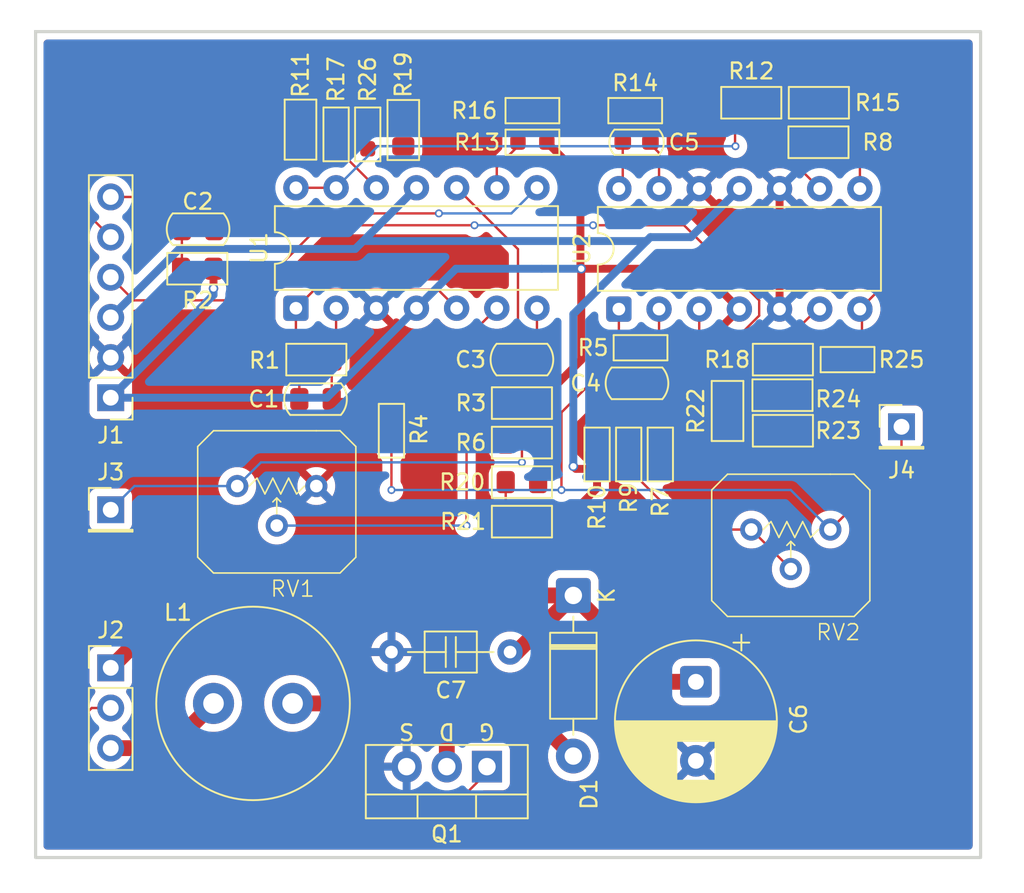
<source format=kicad_pcb>
(kicad_pcb (version 20241229) (generator "pcbnew") (generator_version "9.0")
  (layers (0 "F.Cu" signal) (2 "B.Cu" signal) (13 "F.Paste" user) (15 "B.Paste" user) (5 "F.SilkS" user "F.Silkscreen") (7 "B.SilkS" user "B.Silkscreen") (1 "F.Mask" user) (3 "B.Mask" user) (25 "Edge.Cuts" user))
  (net 0 "")
  (net 1 "Net-(U1B-+)")
  (net 2 "Net-(U1A--)")
  (net 3 "Net-(C2-Pad1)")
  (net 4 "PWM_out")
  (net 5 "Net-(J3-Pin_1)")
  (net 6 "Net-(U1C-+)")
  (net 7 "Net-(U2A--)")
  (net 8 "-5V")
  (net 9 "Net-(U2D--)")
  (net 10 "Net-(C5-Pad2)")
  (net 11 "/5x_BoostConverter_Mk-I/V_out")
  (net 12 "GND")
  (net 13 "Net-(D1-A)")
  (net 14 "targ_in")
  (net 15 "+5V")
  (net 16 "conv_in")
  (net 17 "/5x_BoostConverter_Mk-I/V_ctrl_in")
  (net 18 "/5x_BoostConverter_Mk-I/V_in")
  (net 19 "SQR_W")
  (net 20 "Net-(R20-Pad2)")
  (net 21 "Net-(U2A-+)")
  (net 22 "Net-(R14-Pad2)")
  (net 23 "Net-(U2C--)")
  (net 24 "Net-(R9-Pad2)")
  (net 25 "Net-(U1D-+)")
  (net 26 "Net-(U1D--)")
  (net 27 "PWM_threshold")
  (net 28 "Net-(R15-Pad1)")
  (net 29 "Net-(R17-Pad1)")
  (net 30 "Net-(R18-Pad1)")
  (net 31 "Net-(U2B--)")
  (net 32 "Net-(R19-Pad1)")
  (net 33 "Net-(R20-Pad1)")
  (net 34 "Net-(R22-Pad1)")
  (net 35 "Net-(R23-Pad1)")
  (net 36 "Net-(U1B--)")
  (footprint "PCM_Resistor_SMD_AKL:R_0805_2012Metric_Pad1.15x1.40mm" (layer "F.Cu") (at 105.5 97.5 180)
    (property "Reference" "R8" (at -3.75 0 0) (layer "F.SilkS"))
    (property "Value" "10k" (hide yes))
    (pad "1" smd roundrect (at -1.025 0 180) (size 1.15 1.4) (layers "F.Cu" "F.Mask" "F.Paste") (roundrect_rratio 0.217391) (net 22 "Net-(R14-Pad2)"))
    (pad "2" smd roundrect (at 1.025 0 180) (size 1.15 1.4) (layers "F.Cu" "F.Mask" "F.Paste") (roundrect_rratio 0.217391) (net 23 "Net-(U2C--)"))
  )
  (footprint "Diode_THT:D_DO-41_SOD81_P10.16mm_Horizontal" (layer "F.Cu") (at 90 126.17 -90)
    (property "Reference" "D1" (at 12.58 -1 90) (layer "F.SilkS"))
    (property "Value" "1n5819")
    (fp_text user "K" (at 0 -2.1 90) (layer "F.SilkS"))
    (pad "1" thru_hole roundrect (at 0 0 270) (size 2.2 2.2) (drill 1.1) (layers "*.Cu" "*.Mask") (roundrect_rratio 0.113636) (net 11 "/5x_BoostConverter_Mk-I/V_out"))
    (pad "2" thru_hole circle (at 10.16 0 270) (size 2.2 2.2) (drill 1.1) (layers "*.Cu" "*.Mask") (net 13 "Net-(D1-A)"))
  )
  (footprint "PCM_Capacitor_SMD_AKL:C_0805_2012Metric_Pad1.15x1.40mm" (layer "F.Cu") (at 86.75 111.25 180)
    (property "Reference" "C3" (at 3.25 0 0) (layer "F.SilkS"))
    (property "Value" "100n" (hide yes))
    (pad "1" smd roundrect (at -1.025 0 180) (size 1.15 1.4) (layers "F.Cu" "F.Mask" "F.Paste") (roundrect_rratio 0.217391) (net 5 "Net-(J3-Pin_1)"))
    (pad "2" smd roundrect (at 1.025 0 180) (size 1.15 1.4) (layers "F.Cu" "F.Mask" "F.Paste") (roundrect_rratio 0.217391) (net 6 "Net-(U1C-+)"))
  )
  (footprint "PCM_Resistor_SMD_AKL:R_0603_1608Metric_Pad0.98x0.95mm" (layer "F.Cu") (at 87.4125 95.5)
    (property "Reference" "R16" (at -3.675 0 0) (layer "F.SilkS"))
    (property "Value" "1k" (hide yes))
    (pad "1" smd roundrect (at -0.9125 0) (size 0.975 0.95) (layers "F.Cu" "F.Mask" "F.Paste") (net 27 "PWM_threshold"))
    (pad "2" smd roundrect (at 0.9125 0) (size 0.975 0.95) (layers "F.Cu" "F.Mask" "F.Paste") (net 10 "Net-(C5-Pad2)"))
  )
  (footprint "PCM_Resistor_SMD_AKL:R_0805_2012Metric_Pad1.15x1.40mm" (layer "F.Cu") (at 86.75 119)
    (property "Reference" "R20" (at -3.775 0 0) (layer "F.SilkS"))
    (property "Value" "10k" (hide yes))
    (pad "1" smd roundrect (at -1.025 0) (size 1.15 1.4) (layers "F.Cu" "F.Mask" "F.Paste") (roundrect_rratio 0.217391) (net 33 "Net-(R20-Pad1)"))
    (pad "2" smd roundrect (at 1.025 0) (size 1.15 1.4) (layers "F.Cu" "F.Mask" "F.Paste") (roundrect_rratio 0.217391) (net 20 "Net-(R20-Pad2)"))
  )
  (footprint "PCM_Resistor_SMD_AKL:R_0805_2012Metric_Pad1.15x1.40mm" (layer "F.Cu") (at 79.25 96.725 90)
    (property "Reference" "R19" (at 3.5 0 90) (layer "F.SilkS"))
    (property "Value" "10k" (hide yes))
    (pad "1" smd roundrect (at -1.025 0 90) (size 1.15 1.4) (layers "F.Cu" "F.Mask" "F.Paste") (roundrect_rratio 0.217391) (net 32 "Net-(R19-Pad1)"))
    (pad "2" smd roundrect (at 1.025 0 90) (size 1.15 1.4) (layers "F.Cu" "F.Mask" "F.Paste") (roundrect_rratio 0.217391) (net 12 "GND"))
  )
  (footprint "PCM_Resistor_SMD_AKL:R_0603_1608Metric_Pad0.98x0.95mm" (layer "F.Cu") (at 77 97 90)
    (property "Reference" "R26" (at 3.475 0 90) (layer "F.SilkS"))
    (property "Value" "2.2k" (hide yes))
    (pad "1" smd roundrect (at -0.9125 0 90) (size 0.975 0.95) (layers "F.Cu" "F.Mask" "F.Paste") (net 32 "Net-(R19-Pad1)"))
    (pad "2" smd roundrect (at 0.9125 0 90) (size 0.975 0.95) (layers "F.Cu" "F.Mask" "F.Paste") (net 29 "Net-(R17-Pad1)"))
  )
  (footprint "PCM_Resistor_SMD_AKL:R_0603_1608Metric_Pad0.98x0.95mm" (layer "F.Cu") (at 107.3375 111.25)
    (property "Reference" "R25" (at 3.4125 0 0) (layer "F.SilkS"))
    (property "Value" "2.2k" (hide yes))
    (pad "1" smd roundrect (at -0.9125 0) (size 0.975 0.95) (layers "F.Cu" "F.Mask" "F.Paste") (net 30 "Net-(R18-Pad1)"))
    (pad "2" smd roundrect (at 0.9125 0) (size 0.975 0.95) (layers "F.Cu" "F.Mask" "F.Paste") (net 28 "Net-(R15-Pad1)"))
  )
  (footprint "Connector_PinHeader_2.54mm:PinHeader_1x03_P2.54mm_Vertical" (layer "F.Cu") (at 60.75 130.75)
    (property "Reference" "J2" (at 0 -2.38 0) (layer "F.SilkS"))
    (property "Value" "Conn_01x03")
    (pad "1" thru_hole rect (at 0 0) (size 1.7 1.7) (drill 1) (layers "*.Cu" "*.Mask") (net 11 "/5x_BoostConverter_Mk-I/V_out"))
    (pad "2" thru_hole circle (at 0 2.54) (size 1.7 1.7) (drill 1) (layers "*.Cu" "*.Mask") (net 17 "/5x_BoostConverter_Mk-I/V_ctrl_in"))
    (pad "3" thru_hole circle (at 0 5.08) (size 1.7 1.7) (drill 1) (layers "*.Cu" "*.Mask") (net 18 "/5x_BoostConverter_Mk-I/V_in"))
  )
  (footprint "PCM_Capacitor_SMD_AKL:C_0805_2012Metric_Pad1.15x1.40mm" (layer "F.Cu") (at 66.275 103 180)
    (property "Reference" "C2" (at 0.025 1.75 0) (layer "F.SilkS"))
    (property "Value" "100n" (hide yes))
    (pad "1" smd roundrect (at -1.025 0 180) (size 1.15 1.4) (layers "F.Cu" "F.Mask" "F.Paste") (roundrect_rratio 0.217391) (net 3 "Net-(C2-Pad1)"))
    (pad "2" smd roundrect (at 1.025 0 180) (size 1.15 1.4) (layers "F.Cu" "F.Mask" "F.Paste") (roundrect_rratio 0.217391) (net 4 "PWM_out"))
  )
  (footprint "PCM_Package_TO_SOT_THT_AKL:TO-220-3_Vertical_GDS" (layer "F.Cu") (at 84.54 137 180)
    (property "Reference" "Q1" (at 2.54 -4.27 0) (layer "F.SilkS"))
    (property "Value" "OSP120N04T" (hide yes))
    (fp_text user "G" (at 0 2.2225 180) (layer "F.SilkS"))
    (fp_text user "S" (at 5.08 2.2225 180) (layer "F.SilkS"))
    (fp_text user "D" (at 2.54 2.2225 180) (layer "F.SilkS"))
    (pad "1" thru_hole rect (at 0 0 180) (size 1.905 2) (drill 1.1) (layers "*.Cu" "*.Mask") (net 17 "/5x_BoostConverter_Mk-I/V_ctrl_in"))
    (pad "2" thru_hole oval (at 2.54 0 180) (size 1.905 2) (drill 1.1) (layers "*.Cu" "*.Mask") (net 13 "Net-(D1-A)"))
    (pad "3" thru_hole oval (at 5.08 0 180) (size 1.905 2) (drill 1.1) (layers "*.Cu" "*.Mask") (net 12 "GND"))
  )
  (footprint "DCDCCACS1_footprints:JIERR 3362P Pot" (layer "F.Cu") (at 103.75 124.5)
    (property "Reference" "RV2" (at 3 4 0) (layer "F.SilkS") (effects (font (thickness 0.1))))
    (property "Value" "Pot_10k" (hide yes))
    (pad "1" thru_hole circle (at -2.5 -2.5) (size 1.4 1.4) (drill 0.8) (layers "*.Cu" "*.Mask") (net 24 "Net-(R9-Pad2)"))
    (pad "2" thru_hole circle (at 0 0) (size 1.4 1.4) (drill 0.8) (layers "*.Cu" "*.Mask") (net 24 "Net-(R9-Pad2)"))
    (pad "3" thru_hole circle (at 2.5 -2.5) (size 1.4 1.4) (drill 0.8) (layers "*.Cu" "*.Mask") (net 19 "SQR_W"))
  )
  (footprint "PCM_Resistor_SMD_AKL:R_0603_1608Metric_Pad0.98x0.95mm" (layer "F.Cu") (at 87.4125 97.5 180)
    (property "Reference" "R13" (at 3.5 0 0) (layer "F.SilkS"))
    (property "Value" "1k" (hide yes))
    (pad "1" smd roundrect (at -0.9125 0 180) (size 0.975 0.95) (layers "F.Cu" "F.Mask" "F.Paste") (net 15 "+5V"))
    (pad "2" smd roundrect (at 0.9125 0 180) (size 0.975 0.95) (layers "F.Cu" "F.Mask" "F.Paste") (net 27 "PWM_threshold"))
  )
  (footprint "PCM_Resistor_SMD_AKL:R_0805_2012Metric_Pad1.15x1.40mm" (layer "F.Cu") (at 86.75 121.5 180)
    (property "Reference" "R21" (at 3.725 0 0) (layer "F.SilkS"))
    (property "Value" "10k" (hide yes))
    (pad "1" smd roundrect (at -1.025 0 180) (size 1.15 1.4) (layers "F.Cu" "F.Mask" "F.Paste") (roundrect_rratio 0.217391) (net 8 "-5V"))
    (pad "2" smd roundrect (at 1.025 0 180) (size 1.15 1.4) (layers "F.Cu" "F.Mask" "F.Paste") (roundrect_rratio 0.217391) (net 33 "Net-(R20-Pad1)"))
  )
  (footprint "PCM_Resistor_SMD_AKL:R_0603_1608Metric_Pad0.98x0.95mm" (layer "F.Cu") (at 93.5 117.25 -90)
    (property "Reference" "R9" (at 2.75 0 90) (layer "F.SilkS"))
    (property "Value" "5.1k" (hide yes))
    (pad "1" smd roundrect (at -0.9125 0 270) (size 0.975 0.95) (layers "F.Cu" "F.Mask" "F.Paste") (net 21 "Net-(U2A-+)"))
    (pad "2" smd roundrect (at 0.9125 0 270) (size 0.975 0.95) (layers "F.Cu" "F.Mask" "F.Paste") (net 24 "Net-(R9-Pad2)"))
  )
  (footprint "PCM_Resistor_SMD_AKL:R_0805_2012Metric_Pad1.15x1.40mm" (layer "F.Cu") (at 103.225 113.5)
    (property "Reference" "R24" (at 3.525 0.25 0) (layer "F.SilkS"))
    (property "Value" "10k" (hide yes))
    (pad "1" smd roundrect (at -1.025 0) (size 1.15 1.4) (layers "F.Cu" "F.Mask" "F.Paste") (roundrect_rratio 0.217391) (net 31 "Net-(U2B--)"))
    (pad "2" smd roundrect (at 1.025 0) (size 1.15 1.4) (layers "F.Cu" "F.Mask" "F.Paste") (roundrect_rratio 0.217391) (net 35 "Net-(R23-Pad1)"))
  )
  (footprint "PCM_Resistor_SMD_AKL:R_0603_1608Metric_Pad0.98x0.95mm" (layer "F.Cu") (at 95.5 117.25 90)
    (property "Reference" "R7" (at -3 0 90) (layer "F.SilkS"))
    (property "Value" "2.2k" (hide yes))
    (pad "1" smd roundrect (at -0.9125 0 90) (size 0.975 0.95) (layers "F.Cu" "F.Mask" "F.Paste") (net 21 "Net-(U2A-+)"))
    (pad "2" smd roundrect (at 0.9125 0 90) (size 0.975 0.95) (layers "F.Cu" "F.Mask" "F.Paste") (net 15 "+5V"))
  )
  (footprint "PCM_Resistor_SMD_AKL:R_0805_2012Metric_Pad1.15x1.40mm" (layer "F.Cu") (at 99.75 114.5 90)
    (property "Reference" "R22" (at 0 -2 90) (layer "F.SilkS"))
    (property "Value" "10k" (hide yes))
    (pad "1" smd roundrect (at -1.025 0 90) (size 1.15 1.4) (layers "F.Cu" "F.Mask" "F.Paste") (roundrect_rratio 0.217391) (net 34 "Net-(R22-Pad1)"))
    (pad "2" smd roundrect (at 1.025 0 90) (size 1.15 1.4) (layers "F.Cu" "F.Mask" "F.Paste") (roundrect_rratio 0.217391) (net 14 "targ_in"))
  )
  (footprint "Connector_PinHeader_2.54mm:PinHeader_1x01_P2.54mm_Vertical" (layer "F.Cu") (at 60.75 120.75)
    (property "Reference" "J3" (at 0 -2.38 0) (layer "F.SilkS"))
    (property "Value" "TRIAmpTestPoint")
    (pad "1" thru_hole rect (at 0 0) (size 1.7 1.7) (drill 1) (layers "*.Cu" "*.Mask") (net 5 "Net-(J3-Pin_1)"))
  )
  (footprint "PCM_Capacitor_SMD_AKL:C_0805_2012Metric_Pad1.15x1.40mm" (layer "F.Cu") (at 73.7 113.75 180)
    (property "Reference" "C1" (at 3.275 0 0) (layer "F.SilkS"))
    (property "Value" "10n" (hide yes))
    (pad "1" smd roundrect (at -1.025 0 180) (size 1.15 1.4) (layers "F.Cu" "F.Mask" "F.Paste") (roundrect_rratio 0.217391) (net 2 "Net-(U1A--)"))
    (pad "2" smd roundrect (at 1.025 0 180) (size 1.15 1.4) (layers "F.Cu" "F.Mask" "F.Paste") (roundrect_rratio 0.217391) (net 1 "Net-(U1B-+)"))
  )
  (footprint "PCM_Resistor_SMD_AKL:R_0603_1608Metric_Pad0.98x0.95mm" (layer "F.Cu") (at 75 97 -90)
    (property "Reference" "R17" (at -3.475 0 90) (layer "F.SilkS"))
    (property "Value" "1k" (hide yes))
    (pad "1" smd roundrect (at -0.9125 0 270) (size 0.975 0.95) (layers "F.Cu" "F.Mask" "F.Paste") (net 29 "Net-(R17-Pad1)"))
    (pad "2" smd roundrect (at 0.9125 0 270) (size 0.975 0.95) (layers "F.Cu" "F.Mask" "F.Paste") (net 25 "Net-(U1D-+)"))
  )
  (footprint "PCM_Resistor_SMD_AKL:R_0805_2012Metric_Pad1.15x1.40mm" (layer "F.Cu") (at 105.525 95 180)
    (property "Reference" "R15" (at -3.725 0 0) (layer "F.SilkS"))
    (property "Value" "10k" (hide yes))
    (pad "1" smd roundrect (at -1.025 0 180) (size 1.15 1.4) (layers "F.Cu" "F.Mask" "F.Paste") (roundrect_rratio 0.217391) (net 28 "Net-(R15-Pad1)"))
    (pad "2" smd roundrect (at 1.025 0 180) (size 1.15 1.4) (layers "F.Cu" "F.Mask" "F.Paste") (roundrect_rratio 0.217391) (net 23 "Net-(U2C--)"))
  )
  (footprint "PCM_Resistor_SMD_AKL:R_0805_2012Metric_Pad1.15x1.40mm" (layer "F.Cu") (at 86.75 116.5 180)
    (property "Reference" "R6" (at 3.225 0 0) (layer "F.SilkS"))
    (property "Value" "10k" (hide yes))
    (pad "1" smd roundrect (at -1.025 0 180) (size 1.15 1.4) (layers "F.Cu" "F.Mask" "F.Paste") (roundrect_rratio 0.217391) (net 20 "Net-(R20-Pad2)"))
    (pad "2" smd roundrect (at 1.025 0 180) (size 1.15 1.4) (layers "F.Cu" "F.Mask" "F.Paste") (roundrect_rratio 0.217391) (net 6 "Net-(U1C-+)"))
  )
  (footprint "PCM_Resistor_SMD_AKL:R_0603_1608Metric_Pad0.98x0.95mm" (layer "F.Cu") (at 78.5 115.75 90)
    (property "Reference" "R4" (at 0.0875 1.75 90) (layer "F.SilkS"))
    (property "Value" "1k" (hide yes))
    (pad "1" smd roundrect (at -0.9125 0 90) (size 0.975 0.95) (layers "F.Cu" "F.Mask" "F.Paste") (net 19 "SQR_W"))
    (pad "2" smd roundrect (at 0.9125 0 90) (size 0.975 0.95) (layers "F.Cu" "F.Mask" "F.Paste") (net 2 "Net-(U1A--)"))
  )
  (footprint "PCM_Resistor_SMD_AKL:R_0805_2012Metric_Pad1.15x1.40mm" (layer "F.Cu") (at 72.75 96.7 -90)
    (property "Reference" "R11" (at -3.475 0 90) (layer "F.SilkS"))
    (property "Value" "150k" (hide yes))
    (pad "1" smd roundrect (at -1.025 0 270) (size 1.15 1.4) (layers "F.Cu" "F.Mask" "F.Paste") (roundrect_rratio 0.217391) (net 16 "conv_in"))
    (pad "2" smd roundrect (at 1.025 0 270) (size 1.15 1.4) (layers "F.Cu" "F.Mask" "F.Paste") (roundrect_rratio 0.217391) (net 25 "Net-(U1D-+)"))
  )
  (footprint "PCM_Capacitor_THT_AKL:C_Axial_L3.0mm_D2.3mm_P7.50mm_Horizontal" (layer "F.Cu") (at 86 129.75 180)
    (property "Reference" "C7" (at 3.75 -2.42 0) (layer "F.SilkS"))
    (property "Value" "1u" (hide yes))
    (pad "1" thru_hole circle (at 0 0 180) (size 1.6 1.6) (drill 0.8) (layers "*.Cu" "*.Mask") (net 11 "/5x_BoostConverter_Mk-I/V_out"))
    (pad "2" thru_hole oval (at 7.5 0 180) (size 1.6 1.6) (drill 0.8) (layers "*.Cu" "*.Mask") (net 12 "GND"))
  )
  (footprint "Connector_PinHeader_2.54mm:PinHeader_1x06_P2.54mm_Vertical" (layer "F.Cu") (at 60.75 113.66 180)
    (property "Reference" "J1" (at 0 -2.38 0) (layer "F.SilkS"))
    (property "Value" "Conn_01x06")
    (pad "1" thru_hole rect (at 0 0 180) (size 1.7 1.7) (drill 1) (layers "*.Cu" "*.Mask") (net 15 "+5V"))
    (pad "2" thru_hole circle (at 0 2.54 180) (size 1.7 1.7) (drill 1) (layers "*.Cu" "*.Mask") (net 12 "GND"))
    (pad "3" thru_hole circle (at 0 5.08 180) (size 1.7 1.7) (drill 1) (layers "*.Cu" "*.Mask") (net 8 "-5V"))
    (pad "4" thru_hole circle (at 0 7.62 180) (size 1.7 1.7) (drill 1) (layers "*.Cu" "*.Mask") (net 14 "targ_in"))
    (pad "5" thru_hole circle (at 0 10.16 180) (size 1.7 1.7) (drill 1) (layers "*.Cu" "*.Mask") (net 16 "conv_in"))
    (pad "6" thru_hole circle (at 0 12.7 180) (size 1.7 1.7) (drill 1) (layers "*.Cu" "*.Mask") (net 4 "PWM_out"))
  )
  (footprint "PCM_Capacitor_SMD_AKL:C_0805_2012Metric_Pad1.15x1.40mm" (layer "F.Cu") (at 94.025 112.75)
    (property "Reference" "C4" (at -3.25 0 0) (layer "F.SilkS"))
    (property "Value" "10n" (hide yes))
    (pad "1" smd roundrect (at -1.025 0) (size 1.15 1.4) (layers "F.Cu" "F.Mask" "F.Paste") (roundrect_rratio 0.217391) (net 8 "-5V"))
    (pad "2" smd roundrect (at 1.025 0) (size 1.15 1.4) (layers "F.Cu" "F.Mask" "F.Paste") (roundrect_rratio 0.217391) (net 7 "Net-(U2A--)"))
  )
  (footprint "Connector_PinHeader_2.54mm:PinHeader_1x01_P2.54mm_Vertical" (layer "F.Cu") (at 110.75 115.5)
    (property "Reference" "J4" (at 0 2.75 0) (layer "F.SilkS"))
    (property "Value" "SQRTestPoint")
    (pad "1" thru_hole rect (at 0 0) (size 1.7 1.7) (drill 1) (layers "*.Cu" "*.Mask") (net 19 "SQR_W"))
  )
  (footprint "Capacitor_THT:CP_Radial_D10.0mm_P5.00mm" (layer "F.Cu") (at 97.75 131.632323 -90)
    (property "Reference" "C6" (at 2.367677 -6.5 90) (layer "F.SilkS"))
    (property "Value" "220u")
    (pad "1" thru_hole roundrect (at 0 0 270) (size 2 2) (drill 1) (layers "*.Cu" "*.Mask") (roundrect_rratio 0.125) (net 11 "/5x_BoostConverter_Mk-I/V_out"))
    (pad "2" thru_hole circle (at 5 0 270) (size 2 2) (drill 1) (layers "*.Cu" "*.Mask") (net 12 "GND"))
  )
  (footprint "PCM_Resistor_SMD_AKL:R_0805_2012Metric_Pad1.15x1.40mm" (layer "F.Cu") (at 103.25 115.75 180)
    (property "Reference" "R23" (at -3.5 0 0) (layer "F.SilkS"))
    (property "Value" "10k" (hide yes))
    (pad "1" smd roundrect (at -1.025 0 180) (size 1.15 1.4) (layers "F.Cu" "F.Mask" "F.Paste") (roundrect_rratio 0.217391) (net 35 "Net-(R23-Pad1)"))
    (pad "2" smd roundrect (at 1.025 0 180) (size 1.15 1.4) (layers "F.Cu" "F.Mask" "F.Paste") (roundrect_rratio 0.217391) (net 34 "Net-(R22-Pad1)"))
  )
  (footprint "PCM_Capacitor_SMD_AKL:C_0603_1608Metric_Pad1.05x0.95mm" (layer "F.Cu") (at 94 97.5 180)
    (property "Reference" "C5" (at -3 0 0) (layer "F.SilkS"))
    (property "Value" "2.2u" (hide yes))
    (pad "1" smd roundrect (at -0.875 0 180) (size 1.05 0.95) (layers "F.Cu" "F.Mask" "F.Paste") (net 9 "Net-(U2D--)"))
    (pad "2" smd roundrect (at 0.875 0 180) (size 1.05 0.95) (layers "F.Cu" "F.Mask" "F.Paste") (net 10 "Net-(C5-Pad2)"))
  )
  (footprint "PCM_Resistor_SMD_AKL:R_0603_1608Metric_Pad0.98x0.95mm" (layer "F.Cu") (at 94.25 110.5 180)
    (property "Reference" "R5" (at 3 0 0) (layer "F.SilkS"))
    (property "Value" "1k" (hide yes))
    (pad "1" smd roundrect (at -0.9125 0 180) (size 0.975 0.95) (layers "F.Cu" "F.Mask" "F.Paste") (net 7 "Net-(U2A--)"))
    (pad "2" smd roundrect (at 0.9125 0 180) (size 0.975 0.95) (layers "F.Cu" "F.Mask" "F.Paste") (net 19 "SQR_W"))
  )
  (footprint "PCM_Resistor_SMD_AKL:R_0805_2012Metric_Pad1.15x1.40mm" (layer "F.Cu") (at 101.25 95 180)
    (property "Reference" "R12" (at 0 2 0) (layer "F.SilkS"))
    (property "Value" "10k" (hide yes))
    (pad "1" smd roundrect (at -1.025 0 180) (size 1.15 1.4) (layers "F.Cu" "F.Mask" "F.Paste") (roundrect_rratio 0.217391) (net 23 "Net-(U2C--)"))
    (pad "2" smd roundrect (at 1.025 0 180) (size 1.15 1.4) (layers "F.Cu" "F.Mask" "F.Paste") (roundrect_rratio 0.217391) (net 26 "Net-(U1D--)"))
  )
  (footprint "DCDCCACS1_footprints:JIERR 3362P Pot" (layer "F.Cu") (at 71.25 121.75)
    (property "Reference" "RV1" (at 1 4 0) (layer "F.SilkS") (effects (font (thickness 0.1))))
    (property "Value" "Pot_10k" (hide yes))
    (pad "1" thru_hole circle (at -2.5 -2.5) (size 1.4 1.4) (drill 0.8) (layers "*.Cu" "*.Mask") (net 5 "Net-(J3-Pin_1)"))
    (pad "2" thru_hole circle (at 0 0) (size 1.4 1.4) (drill 0.8) (layers "*.Cu" "*.Mask") (net 36 "Net-(U1B--)"))
    (pad "3" thru_hole circle (at 2.5 -2.5) (size 1.4 1.4) (drill 0.8) (layers "*.Cu" "*.Mask") (net 12 "GND"))
  )
  (footprint "Inductor_THT:L_Radial_D12.0mm_P5.00mm_Fastron_11P" (layer "F.Cu") (at 67.25 133)
    (property "Reference" "L1" (at -2.25 -5.75 0) (layer "F.SilkS"))
    (property "Value" "22u")
    (pad "1" thru_hole circle (at 0 0) (size 2.6 2.6) (drill 1.3) (layers "*.Cu" "*.Mask") (net 18 "/5x_BoostConverter_Mk-I/V_in"))
    (pad "2" thru_hole circle (at 5 0) (size 2.6 2.6) (drill 1.3) (layers "*.Cu" "*.Mask") (net 13 "Net-(D1-A)"))
  )
  (footprint "Package_DIP:DIP-14_W7.62mm" (layer "F.Cu") (at 92.88 108.055 90)
    (property "Reference" "U2" (at 3.81 -2.33 90) (layer "F.SilkS"))
    (property "Value" "TL054CN")
    (pad "1" thru_hole roundrect (at 0 0 90) (size 1.6 1.6) (drill 0.8) (layers "*.Cu" "*.Mask") (roundrect_rratio 0.15625) (net 19 "SQR_W"))
    (pad "2" thru_hole circle (at 0 2.54 90) (size 1.6 1.6) (drill 0.8) (layers "*.Cu" "*.Mask") (net 7 "Net-(U2A--)"))
    (pad "3" thru_hole circle (at 0 5.08 90) (size 1.6 1.6) (drill 0.8) (layers "*.Cu" "*.Mask") (net 21 "Net-(U2A-+)"))
    (pad "4" thru_hole circle (at 0 7.62 90) (size 1.6 1.6) (drill 0.8) (layers "*.Cu" "*.Mask") (net 15 "+5V"))
    (pad "5" thru_hole circle (at 0 10.16 90) (size 1.6 1.6) (drill 0.8) (layers "*.Cu" "*.Mask") (net 12 "GND"))
    (pad "6" thru_hole circle (at 0 12.7 90) (size 1.6 1.6) (drill 0.8) (layers "*.Cu" "*.Mask") (net 31 "Net-(U2B--)"))
    (pad "7" thru_hole circle (at 0 15.24 90) (size 1.6 1.6) (drill 0.8) (layers "*.Cu" "*.Mask") (net 28 "Net-(R15-Pad1)"))
    (pad "8" thru_hole circle (at 7.62 15.24 90) (size 1.6 1.6) (drill 0.8) (layers "*.Cu" "*.Mask") (net 22 "Net-(R14-Pad2)"))
    (pad "9" thru_hole circle (at 7.62 12.7 90) (size 1.6 1.6) (drill 0.8) (layers "*.Cu" "*.Mask") (net 23 "Net-(U2C--)"))
    (pad "10" thru_hole circle (at 7.62 10.16 90) (size 1.6 1.6) (drill 0.8) (layers "*.Cu" "*.Mask") (net 12 "GND"))
    (pad "11" thru_hole circle (at 7.62 7.62 90) (size 1.6 1.6) (drill 0.8) (layers "*.Cu" "*.Mask") (net 8 "-5V"))
    (pad "12" thru_hole circle (at 7.62 5.08 90) (size 1.6 1.6) (drill 0.8) (layers "*.Cu" "*.Mask") (net 12 "GND"))
    (pad "13" thru_hole circle (at 7.62 2.54 90) (size 1.6 1.6) (drill 0.8) (layers "*.Cu" "*.Mask") (net 9 "Net-(U2D--)"))
    (pad "14" thru_hole circle (at 7.62 0 90) (size 1.6 1.6) (drill 0.8) (layers "*.Cu" "*.Mask") (net 10 "Net-(C5-Pad2)"))
  )
  (footprint "Package_DIP:DIP-14_W7.62mm" (layer "F.Cu") (at 72.46 108 90)
    (property "Reference" "U1" (at 3.81 -2.33 90) (layer "F.SilkS"))
    (property "Value" "TL054CN")
    (pad "1" thru_hole roundrect (at 0 0 90) (size 1.6 1.6) (drill 0.8) (layers "*.Cu" "*.Mask") (roundrect_rratio 0.15625) (net 1 "Net-(U1B-+)"))
    (pad "2" thru_hole circle (at 0 2.54 90) (size 1.6 1.6) (drill 0.8) (layers "*.Cu" "*.Mask") (net 2 "Net-(U1A--)"))
    (pad "3" thru_hole circle (at 0 5.08 90) (size 1.6 1.6) (drill 0.8) (layers "*.Cu" "*.Mask") (net 12 "GND"))
    (pad "4" thru_hole circle (at 0 7.62 90) (size 1.6 1.6) (drill 0.8) (layers "*.Cu" "*.Mask") (net 15 "+5V"))
    (pad "5" thru_hole circle (at 0 10.16 90) (size 1.6 1.6) (drill 0.8) (layers "*.Cu" "*.Mask") (net 1 "Net-(U1B-+)"))
    (pad "6" thru_hole circle (at 0 12.7 90) (size 1.6 1.6) (drill 0.8) (layers "*.Cu" "*.Mask") (net 36 "Net-(U1B--)"))
    (pad "7" thru_hole circle (at 0 15.24 90) (size 1.6 1.6) (drill 0.8) (layers "*.Cu" "*.Mask") (net 5 "Net-(J3-Pin_1)"))
    (pad "8" thru_hole circle (at 7.62 15.24 90) (size 1.6 1.6) (drill 0.8) (layers "*.Cu" "*.Mask") (net 3 "Net-(C2-Pad1)"))
    (pad "9" thru_hole circle (at 7.62 12.7 90) (size 1.6 1.6) (drill 0.8) (layers "*.Cu" "*.Mask") (net 27 "PWM_threshold"))
    (pad "10" thru_hole circle (at 7.62 10.16 90) (size 1.6 1.6) (drill 0.8) (layers "*.Cu" "*.Mask") (net 6 "Net-(U1C-+)"))
    (pad "11" thru_hole circle (at 7.62 7.62 90) (size 1.6 1.6) (drill 0.8) (layers "*.Cu" "*.Mask") (net 8 "-5V"))
    (pad "12" thru_hole circle (at 7.62 5.08 90) (size 1.6 1.6) (drill 0.8) (layers "*.Cu" "*.Mask") (net 25 "Net-(U1D-+)"))
    (pad "13" thru_hole circle (at 7.62 2.54 90) (size 1.6 1.6) (drill 0.8) (layers "*.Cu" "*.Mask") (net 26 "Net-(U1D--)"))
    (pad "14" thru_hole circle (at 7.62 0 90) (size 1.6 1.6) (drill 0.8) (layers "*.Cu" "*.Mask") (net 26 "Net-(U1D--)"))
  )
  (footprint "PCM_Resistor_SMD_AKL:R_0805_2012Metric_Pad1.15x1.40mm" (layer "F.Cu") (at 86.75 114)
    (property "Reference" "R3" (at -3.225 0 0) (layer "F.SilkS"))
    (property "Value" "10k" (hide yes))
    (pad "1" smd roundrect (at -1.025 0) (size 1.15 1.4) (layers "F.Cu" "F.Mask" "F.Paste") (roundrect_rratio 0.217391) (net 6 "Net-(U1C-+)"))
    (pad "2" smd roundrect (at 1.025 0) (size 1.15 1.4) (layers "F.Cu" "F.Mask" "F.Paste") (roundrect_rratio 0.217391) (net 15 "+5V"))
  )
  (footprint "PCM_Resistor_SMD_AKL:R_0805_2012Metric_Pad1.15x1.40mm" (layer "F.Cu") (at 66.225 105.5)
    (property "Reference" "R2" (at 0.025 2 0) (layer "F.SilkS"))
    (property "Value" "10k" (hide yes))
    (pad "1" smd roundrect (at -1.025 0) (size 1.15 1.4) (layers "F.Cu" "F.Mask" "F.Paste") (roundrect_rratio 0.217391) (net 4 "PWM_out"))
    (pad "2" smd roundrect (at 1.025 0) (size 1.15 1.4) (layers "F.Cu" "F.Mask" "F.Paste") (roundrect_rratio 0.217391) (net 15 "+5V"))
  )
  (footprint "PCM_Resistor_SMD_AKL:R_0603_1608Metric_Pad0.98x0.95mm" (layer "F.Cu") (at 93.9125 95.5)
    (property "Reference" "R14" (at 0 -1.75 0) (layer "F.SilkS"))
    (property "Value" "1k" (hide yes))
    (pad "1" smd roundrect (at -0.9125 0) (size 0.975 0.95) (layers "F.Cu" "F.Mask" "F.Paste") (net 9 "Net-(U2D--)"))
    (pad "2" smd roundrect (at 0.9125 0) (size 0.975 0.95) (layers "F.Cu" "F.Mask" "F.Paste") (net 22 "Net-(R14-Pad2)"))
  )
  (footprint "PCM_Resistor_SMD_AKL:R_0805_2012Metric_Pad1.15x1.40mm" (layer "F.Cu") (at 103.25 111.25 180)
    (property "Reference" "R18" (at 3.525 0 0) (layer "F.SilkS"))
    (property "Value" "10k" (hide yes))
    (pad "1" smd roundrect (at -1.025 0 180) (size 1.15 1.4) (layers "F.Cu" "F.Mask" "F.Paste") (roundrect_rratio 0.217391) (net 30 "Net-(R18-Pad1)"))
    (pad "2" smd roundrect (at 1.025 0 180) (size 1.15 1.4) (layers "F.Cu" "F.Mask" "F.Paste") (roundrect_rratio 0.217391) (net 31 "Net-(U2B--)"))
  )
  (footprint "PCM_Resistor_SMD_AKL:R_0603_1608Metric_Pad0.98x0.95mm" (layer "F.Cu") (at 91.5 117.25 90)
    (property "Reference" "R10" (at -3.3375 0 90) (layer "F.SilkS"))
    (property "Value" "2.2k" (hide yes))
    (pad "1" smd roundrect (at -0.9125 0 90) (size 0.975 0.95) (layers "F.Cu" "F.Mask" "F.Paste") (net 8 "-5V"))
    (pad "2" smd roundrect (at 0.9125 0 90) (size 0.975 0.95) (layers "F.Cu" "F.Mask" "F.Paste") (net 21 "Net-(U2A-+)"))
  )
  (footprint "PCM_Resistor_SMD_AKL:R_0805_2012Metric_Pad1.15x1.40mm" (layer "F.Cu") (at 73.75 111.25 180)
    (property "Reference" "R1" (at 3.275 -0.05 0) (layer "F.SilkS"))
    (property "Value" "10k" (hide yes))
    (pad "1" smd roundrect (at -1.025 0 180) (size 1.15 1.4) (layers "F.Cu" "F.Mask" "F.Paste") (roundrect_rratio 0.217391) (net 2 "Net-(U1A--)"))
    (pad "2" smd roundrect (at 1.025 0 180) (size 1.15 1.4) (layers "F.Cu" "F.Mask" "F.Paste") (roundrect_rratio 0.217391) (net 1 "Net-(U1B-+)"))
  )
  (gr_rect (start 56 90.5) (end 115.75 142.75) (stroke (width 0.2)) (fill no) (layer "Edge.Cuts"))
  (segment (start 81.444 106.824) (end 73.636 106.824) (width 0.15) (layer "F.Cu") (net 1))
  (segment (start 72.725 111.025) (end 72.46 110.76) (width 0.15) (layer "F.Cu") (net 1))
  (segment (start 72.46 109.75) (end 72.46 108) (width 0.15) (layer "F.Cu") (net 1))
  (segment (start 72.675 113.75) (end 72.675 111.3) (width 0.15) (layer "F.Cu") (net 1))
  (segment (start 82.62 108) (end 81.444 106.824) (width 0.15) (layer "F.Cu") (net 1))
  (segment (start 72.725 111.25) (end 72.725 111.025) (width 0.15) (layer "F.Cu") (net 1))
  (segment (start 73.636 106.824) (end 72.46 108) (width 0.15) (layer "F.Cu") (net 1))
  (segment (start 72.675 111.3) (end 72.725 111.25) (width 0.15) (layer "F.Cu") (net 1))
  (segment (start 72.46 110.76) (end 72.46 109.75) (width 0.15) (layer "F.Cu") (net 1))
  (segment (start 74.725 113.75) (end 77.4125 113.75) (width 0.15) (layer "F.Cu") (net 2))
  (segment (start 75 111.025) (end 74.775 111.25) (width 0.15) (layer "F.Cu") (net 2))
  (segment (start 77.4125 113.75) (end 78.5 114.8375) (width 0.15) (layer "F.Cu") (net 2))
  (segment (start 74.775 111.525) (end 74.725 111.575) (width 0.15) (layer "F.Cu") (net 2))
  (segment (start 74.725 111.575) (end 74.725 113.75) (width 0.15) (layer "F.Cu") (net 2))
  (segment (start 75 108) (end 75 111.025) (width 0.15) (layer "F.Cu") (net 2))
  (segment (start 74.775 111.25) (end 74.775 111.525) (width 0.15) (layer "F.Cu") (net 2))
  (segment (start 81.5 102) (end 70 102) (width 0.15) (layer "F.Cu") (net 3))
  (segment (start 70 102) (end 69 103) (width 0.15) (layer "F.Cu") (net 3))
  (segment (start 69 103) (end 67.3 103) (width 0.15) (layer "F.Cu") (net 3))
  (via (at 81.5 102) (size 0.5) (drill 0.3) (layers "F.Cu" "B.Cu") (net 3))
  (segment (start 81.5 102) (end 86.08 102) (width 0.15) (layer "B.Cu") (net 3))
  (segment (start 86.08 102) (end 87.7 100.38) (width 0.15) (layer "B.Cu") (net 3))
  (segment (start 60.75 100.96) (end 63.21 100.96) (width 0.15) (layer "F.Cu") (net 4))
  (segment (start 65.25 105.45) (end 65.2 105.5) (width 0.15) (layer "F.Cu") (net 4))
  (segment (start 63.21 100.96) (end 65.25 103) (width 0.15) (layer "F.Cu") (net 4))
  (segment (start 65.25 103) (end 65.25 105.45) (width 0.15) (layer "F.Cu") (net 4))
  (segment (start 87.7 111.175) (end 87.775 111.25) (width 0.15) (layer "F.Cu") (net 5))
  (segment (start 86.75 112.275) (end 87.775 111.25) (width 0.15) (layer "F.Cu") (net 5))
  (segment (start 86.75 117.75) (end 86.75 112.275) (width 0.15) (layer "F.Cu") (net 5))
  (segment (start 87.7 108) (end 87.7 111.175) (width 0.15) (layer "F.Cu") (net 5))
  (via (at 86.75 117.75) (size 0.5) (drill 0.3) (layers "F.Cu" "B.Cu") (net 5))
  (segment (start 68.75 119.25) (end 62.25 119.25) (width 0.15) (layer "B.Cu") (net 5))
  (segment (start 84.25 117.75) (end 86.75 117.75) (width 0.15) (layer "B.Cu") (net 5))
  (segment (start 68.75 119.25) (end 70.25 117.75) (width 0.15) (layer "B.Cu") (net 5))
  (segment (start 62.25 119.25) (end 60.75 120.75) (width 0.15) (layer "B.Cu") (net 5))
  (segment (start 70.25 117.75) (end 84.25 117.75) (width 0.15) (layer "B.Cu") (net 5))
  (segment (start 85.725 114) (end 85.725 111.25) (width 0.15) (layer "F.Cu") (net 6))
  (segment (start 85.725 116.5) (end 85.725 114) (width 0.15) (layer "F.Cu") (net 6))
  (segment (start 85.725 111.25) (end 86.5 110.475) (width 0.15) (layer "F.Cu") (net 6))
  (segment (start 86.5 104.26) (end 82.62 100.38) (width 0.15) (layer "F.Cu") (net 6))
  (segment (start 86.5 110.475) (end 86.5 104.26) (width 0.15) (layer "F.Cu") (net 6))
  (segment (start 95.42 110.2425) (end 95.1625 110.5) (width 0.15) (layer "F.Cu") (net 7))
  (segment (start 95.05 110.775) (end 95.05 112.75) (width 0.15) (layer "F.Cu") (net 7))
  (segment (start 95.1625 110.5) (end 95.1625 110.6625) (width 0.15) (layer "F.Cu") (net 7))
  (segment (start 95.1625 110.6625) (end 95.05 110.775) (width 0.15) (layer "F.Cu") (net 7))
  (segment (start 95.42 108.055) (end 95.42 110.2425) (width 0.15) (layer "F.Cu") (net 7))
  (segment (start 89.382786 121.5) (end 91.5 119.382786) (width 0.5) (layer "F.Cu") (net 8))
  (segment (start 93 112.75) (end 90.474 115.276) (width 0.5) (layer "F.Cu") (net 8))
  (segment (start 91.5 118.1625) (end 90.1625 118.1625) (width 0.5) (layer "F.Cu") (net 8))
  (segment (start 87.775 121.5) (end 89.382786 121.5) (width 0.5) (layer "F.Cu") (net 8))
  (segment (start 91.5 119.382786) (end 91.5 118.1625) (width 0.5) (layer "F.Cu") (net 8))
  (segment (start 90.474 117.1365) (end 91.5 118.1625) (width 0.5) (layer "F.Cu") (net 8))
  (segment (start 90.1625 118.1625) (end 90 118) (width 0.5) (layer "F.Cu") (net 8))
  (segment (start 90.474 115.276) (end 90.474 117.1365) (width 0.5) (layer "F.Cu") (net 8))
  (via (at 90 118) (size 0.6) (drill 0.4) (layers "F.Cu" "B.Cu") (net 8))
  (segment (start 65.08 104.25) (end 76.21 104.25) (width 0.5) (layer "B.Cu") (net 8))
  (segment (start 100.5 100.435) (end 97.435 103.5) (width 0.5) (layer "B.Cu") (net 8))
  (segment (start 60.75 108.58) (end 65.08 104.25) (width 0.5) (layer "B.Cu") (net 8))
  (segment (start 90 118) (end 90 108.374) (width 0.5) (layer "B.Cu") (net 8))
  (segment (start 94.624 103.75) (end 94.687 103.687) (width 0.5) (layer "B.Cu") (net 8))
  (segment (start 76.71 103.75) (end 94.624 103.75) (width 0.5) (layer "B.Cu") (net 8))
  (segment (start 94.687 103.687) (end 93.5 104.874) (width 0.5) (layer "B.Cu") (net 8))
  (segment (start 76.71 103.75) (end 80.08 100.38) (width 0.5) (layer "B.Cu") (net 8))
  (segment (start 90 108.374) (end 93.5 104.874) (width 0.5) (layer "B.Cu") (net 8))
  (segment (start 94.874 103.5) (end 94.687 103.687) (width 0.5) (layer "B.Cu") (net 8))
  (segment (start 76.21 104.25) (end 76.71 103.75) (width 0.5) (layer "B.Cu") (net 8))
  (segment (start 97.435 103.5) (end 94.874 103.5) (width 0.5) (layer "B.Cu") (net 8))
  (segment (start 95.42 98.17) (end 95.42 100.435) (width 0.15) (layer "F.Cu") (net 9))
  (segment (start 94.875 97.5) (end 94.875 97.625) (width 0.15) (layer "F.Cu") (net 9))
  (segment (start 94.875 97.625) (end 95.42 98.17) (width 0.15) (layer "F.Cu") (net 9))
  (segment (start 94.875 97.375) (end 94.875 97.5) (width 0.15) (layer "F.Cu") (net 9))
  (segment (start 93 95.5) (end 94.875 97.375) (width 0.15) (layer "F.Cu") (net 9))
  (segment (start 91.125 95.5) (end 93.125 97.5) (width 0.15) (layer "F.Cu") (net 10))
  (segment (start 93.125 100.19) (end 92.88 100.435) (width 0.15) (layer "F.Cu") (net 10))
  (segment (start 88.325 95.5) (end 91.125 95.5) (width 0.15) (layer "F.Cu") (net 10))
  (segment (start 93.125 97.5) (end 93.125 100.19) (width 0.15) (layer "F.Cu") (net 10))
  (segment (start 95.462323 131.632323) (end 90 126.17) (width 1) (layer "F.Cu") (net 11))
  (segment (start 97.75 131.632323) (end 95.462323 131.632323) (width 1) (layer "F.Cu") (net 11))
  (segment (start 86 129.75) (end 86.42 129.75) (width 1) (layer "F.Cu") (net 11))
  (segment (start 65.33 126.17) (end 60.75 130.75) (width 1) (layer "F.Cu") (net 11))
  (segment (start 90 126.17) (end 65.33 126.17) (width 1) (layer "F.Cu") (net 11))
  (segment (start 86.42 129.75) (end 90 126.17) (width 1) (layer "F.Cu") (net 11))
  (segment (start 103.04 108.055) (end 103.04 100.435) (width 0.5) (layer "F.Cu") (net 12))
  (segment (start 82 134.4125) (end 88.0825 134.4125) (width 1) (layer "F.Cu") (net 13))
  (segment (start 80.5875 133) (end 82 134.4125) (width 1) (layer "F.Cu") (net 13))
  (segment (start 82 134.4125) (end 82 137) (width 1) (layer "F.Cu") (net 13))
  (segment (start 88.0825 134.4125) (end 90 136.33) (width 1) (layer "F.Cu") (net 13))
  (segment (start 72.25 133) (end 80.5875 133) (width 1) (layer "F.Cu") (net 13))
  (segment (start 60.75 106.04) (end 62.21 107.5) (width 0.15) (layer "F.Cu") (net 14))
  (segment (start 74 102.75) (end 69.25 107.5) (width 0.15) (layer "F.Cu") (net 14))
  (segment (start 91.25 102.75) (end 97 102.75) (width 0.15) (layer "F.Cu") (net 14))
  (segment (start 101.75 108.468116) (end 99.75 110.468116) (width 0.15) (layer "F.Cu") (net 14))
  (segment (start 99.75 110.468116) (end 99.75 113.475) (width 0.15) (layer "F.Cu") (net 14))
  (segment (start 101.75 107.5) (end 101.75 108.468116) (width 0.15) (layer "F.Cu") (net 14))
  (segment (start 62.21 107.5) (end 69.25 107.5) (width 0.15) (layer "F.Cu") (net 14))
  (segment (start 83.75 102.75) (end 74 102.75) (width 0.15) (layer "F.Cu") (net 14))
  (segment (start 99.324 113.049) (end 99.75 113.475) (width 0.15) (layer "F.Cu") (net 14))
  (segment (start 97 102.75) (end 101.75 107.5) (width 0.15) (layer "F.Cu") (net 14))
  (via (at 91.25 102.75) (size 0.5) (drill 0.3) (layers "F.Cu" "B.Cu") (net 14))
  (via (at 83.75 102.75) (size 0.5) (drill 0.3) (layers "F.Cu" "B.Cu") (net 14))
  (segment (start 91.25 102.75) (end 83.75 102.75) (width 0.15) (layer "B.Cu") (net 14))
  (segment (start 95.5 115.222798) (end 99 111.722798) (width 0.5) (layer "F.Cu") (net 15))
  (segment (start 90.5 105.5) (end 97.945 105.5) (width 0.5) (layer "F.Cu") (net 15))
  (segment (start 90.449 105.449) (end 90.5 105.5) (width 0.5) (layer "F.Cu") (net 15))
  (segment (start 90.5 111.275) (end 90.5 105.5) (width 0.5) (layer "F.Cu") (net 15))
  (segment (start 87.775 114) (end 90.5 111.275) (width 0.5) (layer "F.Cu") (net 15))
  (segment (start 90.449 99.624) (end 90.449 105.449) (width 0.5) (layer "F.Cu") (net 15))
  (segment (start 67.25 105.5) (end 67.25 106.75) (width 0.5) (layer "F.Cu") (net 15))
  (segment (start 95.5 116.3375) (end 95.5 115.222798) (width 0.5) (layer "F.Cu") (net 15))
  (segment (start 88.325 97.5) (end 90.449 99.624) (width 0.5) (layer "F.Cu") (net 15))
  (segment (start 99 109.555) (end 100.5 108.055) (width 0.5) (layer "F.Cu") (net 15))
  (segment (start 97.945 105.5) (end 100.5 108.055) (width 0.5) (layer "F.Cu") (net 15))
  (segment (start 99 111.722798) (end 99 109.555) (width 0.5) (layer "F.Cu") (net 15))
  (via (at 67.25 106.75) (size 0.6) (drill 0.4) (layers "F.Cu" "B.Cu") (net 15))
  (via (at 90.5 105.5) (size 0.6) (drill 0.4) (layers "F.Cu" "B.Cu") (net 15))
  (segment (start 67.25 107.16) (end 60.75 113.66) (width 0.5) (layer "B.Cu") (net 15))
  (segment (start 60.75 113.66) (end 74.42 113.66) (width 0.5) (layer "B.Cu") (net 15))
  (segment (start 80.08 108) (end 82.58 105.5) (width 0.5) (layer "B.Cu") (net 15))
  (segment (start 74.42 113.66) (end 80.08 108) (width 0.5) (layer "B.Cu") (net 15))
  (segment (start 82.58 105.5) (end 88 105.5) (width 0.5) (layer "B.Cu") (net 15))
  (segment (start 88 105.5) (end 90.5 105.5) (width 0.5) (layer "B.Cu") (net 15))
  (segment (start 67.25 106.75) (end 67.25 107.16) (width 0.5) (layer "B.Cu") (net 15))
  (segment (start 59 101.75) (end 60.75 103.5) (width 0.15) (layer "F.Cu") (net 16))
  (segment (start 63.075 95.675) (end 59 99.75) (width 0.15) (layer "F.Cu") (net 16))
  (segment (start 72.75 95.675) (end 63.075 95.675) (width 0.15) (layer "F.Cu") (net 16))
  (segment (start 59 99.75) (end 59 101.75) (width 0.15) (layer "F.Cu") (net 16))
  (segment (start 84.54 137.376232) (end 82.840232 139.076) (width 0.15) (layer "F.Cu") (net 17))
  (segment (start 84.54 137) (end 84.54 137.376232) (width 0.15) (layer "F.Cu") (net 17))
  (segment (start 59.547919 133.29) (end 60.75 133.29) (width 0.15) (layer "F.Cu") (net 17))
  (segment (start 60.076 139.076) (end 58.75 137.75) (width 0.15) (layer "F.Cu") (net 17))
  (segment (start 58.75 134.087919) (end 59.547919 133.29) (width 0.15) (layer "F.Cu") (net 17))
  (segment (start 82.840232 139.076) (end 60.076 139.076) (width 0.15) (layer "F.Cu") (net 17))
  (segment (start 58.75 137.75) (end 58.75 134.087919) (width 0.15) (layer "F.Cu") (net 17))
  (segment (start 64.42 135.83) (end 67.25 133) (width 1) (layer "F.Cu") (net 18))
  (segment (start 60.75 135.83) (end 64.42 135.83) (width 1) (layer "F.Cu") (net 18))
  (segment (start 92.88 108.055) (end 92.88 110.0425) (width 0.15) (layer "F.Cu") (net 19))
  (segment (start 78.5 119.5) (end 78.5 116.6625) (width 0.15) (layer "F.Cu") (net 19))
  (segment (start 110.75 115.5) (end 110.75 117.5) (width 0.15) (layer "F.Cu") (net 19))
  (segment (start 110.75 117.5) (end 106.25 122) (width 0.15) (layer "F.Cu") (net 19))
  (segment (start 89.25 119.5) (end 89.25 114.5875) (width 0.15) (layer "F.Cu") (net 19))
  (segment (start 89.25 114.5875) (end 93.3375 110.5) (width 0.15) (layer "F.Cu") (net 19))
  (segment (start 92.88 110.0425) (end 93.3375 110.5) (width 0.15) (layer "F.Cu") (net 19))
  (via (at 78.5 119.5) (size 0.5) (drill 0.3) (layers "F.Cu" "B.Cu") (net 19))
  (via (at 89.25 119.5) (size 0.5) (drill 0.3) (layers "F.Cu" "B.Cu") (net 19))
  (segment (start 89.25 119.5) (end 78.5 119.5) (width 0.15) (layer "B.Cu") (net 19))
  (segment (start 103.75 119.5) (end 106.25 122) (width 0.15) (layer "B.Cu") (net 19))
  (segment (start 89.25 119.5) (end 103.75 119.5) (width 0.15) (layer "B.Cu") (net 19))
  (segment (start 87.775 116.5) (end 87.775 119) (width 0.15) (layer "F.Cu") (net 20))
  (segment (start 93.675 116.3375) (end 95.5 118.1625) (width 0.15) (layer "F.Cu") (net 21))
  (segment (start 93.5 116.3375) (end 97.96 111.8775) (width 0.15) (layer "F.Cu") (net 21))
  (segment (start 91.5 116.3375) (end 93.5 116.3375) (width 0.15) (layer "F.Cu") (net 21))
  (segment (start 97.96 111.8775) (end 97.96 108.055) (width 0.15) (layer "F.Cu") (net 21))
  (segment (start 93.5 116.3375) (end 93.675 116.3375) (width 0.15) (layer "F.Cu") (net 21))
  (segment (start 105.091226 93.924) (end 105.5 94.332774) (width 0.15) (layer "F.Cu") (net 22))
  (segment (start 105.5 94.332774) (end 105.5 96.475) (width 0.15) (layer "F.Cu") (net 22))
  (segment (start 105.5 96.475) (end 106.525 97.5) (width 0.15) (layer "F.Cu") (net 22))
  (segment (start 108.12 99.095) (end 108.12 100.435) (width 0.15) (layer "F.Cu") (net 22))
  (segment (start 96.401 93.924) (end 105.091226 93.924) (width 0.15) (layer "F.Cu") (net 22))
  (segment (start 94.825 95.5) (end 96.401 93.924) (width 0.15) (layer "F.Cu") (net 22))
  (segment (start 106.525 97.5) (end 108.12 99.095) (width 0.15) (layer "F.Cu") (net 22))
  (segment (start 104.5 95) (end 104.5 97.475) (width 0.15) (layer "F.Cu") (net 23))
  (segment (start 104.475 99.33) (end 105.58 100.435) (width 0.15) (layer "F.Cu") (net 23))
  (segment (start 104.475 97.5) (end 104.475 99.33) (width 0.15) (layer "F.Cu") (net 23))
  (segment (start 102.275 95) (end 104.5 95) (width 0.15) (layer "F.Cu") (net 23))
  (segment (start 104.5 97.475) (end 104.475 97.5) (width 0.15) (layer "F.Cu") (net 23))
  (segment (start 97.3375 122) (end 101.25 122) (width 0.15) (layer "F.Cu") (net 24))
  (segment (start 101.25 122) (end 103.75 124.5) (width 0.15) (layer "F.Cu") (net 24))
  (segment (start 93.5 118.1625) (end 97.3375 122) (width 0.15) (layer "F.Cu") (net 24))
  (segment (start 75 97.9125) (end 75.0725 97.9125) (width 0.15) (layer "F.Cu") (net 25))
  (segment (start 72.9375 97.9125) (end 72.75 97.725) (width 0.15) (layer "F.Cu") (net 25))
  (segment (start 75.0725 97.9125) (end 77.54 100.38) (width 0.15) (layer "F.Cu") (net 25))
  (segment (start 75 97.9125) (end 72.9375 97.9125) (width 0.15) (layer "F.Cu") (net 25))
  (segment (start 100.225 97.725) (end 100.25 97.75) (width 0.15) (layer "F.Cu") (net 26))
  (segment (start 100.225 95) (end 100.225 97.725) (width 0.15) (layer "F.Cu") (net 26))
  (segment (start 72.46 100.38) (end 75 100.38) (width 0.15) (layer "F.Cu") (net 26))
  (via (at 100.25 97.75) (size 0.5) (drill 0.3) (layers "F.Cu" "B.Cu") (net 26))
  (segment (start 100.25 97.75) (end 77.63 97.75) (width 0.15) (layer "B.Cu") (net 26))
  (segment (start 77.63 97.75) (end 75 100.38) (width 0.15) (layer "B.Cu") (net 26))
  (segment (start 86.5 97.5) (end 86.5 97.75) (width 0.15) (layer "F.Cu") (net 27))
  (segment (start 85.16 99.09) (end 85.16 100.38) (width 0.15) (layer "F.Cu") (net 27))
  (segment (start 86.5 97.75) (end 85.16 99.09) (width 0.15) (layer "F.Cu") (net 27))
  (segment (start 86.5 95.5) (end 86.5 97.5) (width 0.15) (layer "F.Cu") (net 27))
  (segment (start 108.25 108.185) (end 108.12 108.055) (width 0.15) (layer "F.Cu") (net 28))
  (segment (start 109.5 106.675) (end 109.5 97.95) (width 0.15) (layer "F.Cu") (net 28))
  (segment (start 109.5 97.95) (end 106.55 95) (width 0.15) (layer "F.Cu") (net 28))
  (segment (start 108.25 111.25) (end 108.25 108.185) (width 0.15) (layer "F.Cu") (net 28))
  (segment (start 108.12 108.055) (end 109.5 106.675) (width 0.15) (layer "F.Cu") (net 28))
  (segment (start 77 96.0875) (end 75 96.0875) (width 0.15) (layer "F.Cu") (net 29))
  (segment (start 104.275 111.25) (end 106.425 111.25) (width 0.15) (layer "F.Cu") (net 30))
  (segment (start 102.2 113.5) (end 102.2 111.275) (width 0.15) (layer "F.Cu") (net 31))
  (segment (start 102.225 111.25) (end 105.42 108.055) (width 0.15) (layer "F.Cu") (net 31))
  (segment (start 102.2 111.275) (end 102.225 111.25) (width 0.15) (layer "F.Cu") (net 31))
  (segment (start 105.42 108.055) (end 105.58 108.055) (width 0.15) (layer "F.Cu") (net 31))
  (segment (start 77.1625 97.75) (end 77 97.9125) (width 0.15) (layer "F.Cu") (net 32))
  (segment (start 79.25 97.75) (end 77.1625 97.75) (width 0.15) (layer "F.Cu") (net 32))
  (segment (start 85.725 119) (end 85.725 121.5) (width 0.15) (layer "F.Cu") (net 33))
  (segment (start 99.75 115.525) (end 102 115.525) (width 0.15) (layer "F.Cu") (net 34))
  (segment (start 102 115.525) (end 102.225 115.75) (width 0.15) (layer "F.Cu") (net 34))
  (segment (start 104.275 115.75) (end 104.275 113.525) (width 0.15) (layer "F.Cu") (net 35))
  (segment (start 104.275 113.525) (end 104.25 113.5) (width 0.15) (layer "F.Cu") (net 35))
  (segment (start 83.25 109.91) (end 85.16 108) (width 0.15) (layer "F.Cu") (net 36))
  (segment (start 83.25 121.75) (end 83.25 109.91) (width 0.15) (layer "F.Cu") (net 36))
  (via (at 83.25 121.75) (size 0.5) (drill 0.3) (layers "F.Cu" "B.Cu") (net 36))
  (segment (start 71.25 121.75) (end 82.75 121.75) (width 0.15) (layer "B.Cu") (net 36))
  (segment (start 82.75 121.75) (end 83.25 121.75) (width 0.15) (layer "B.Cu") (net 36))
  (zone (net 0) (net_name "") (layer "F.Cu") (name "GroundExcl1") (connect_pads (clearance 0)) (min_thickness 0.5)
    (keepout (tracks allowed) (vias allowed) (pads allowed) (copperpour not_allowed) (footprints allowed))
    (fill (thermal_gap 0.5) (thermal_bridge_width 0.5))
    (polygon (pts (xy 96.75 107.25) (xy 106.5 107.25) (xy 106.5 109.75) (xy 106.5 111) (xy 96.5 111) (xy 96.75 109.75)))
  )
  (zone (net 12) (net_name "GND") (layers "F.Cu" "B.Cu") (name "GroundPlane") (connect_pads (clearance 0.5)) (min_thickness 0.5) (fill yes (thermal_gap 0.5) (thermal_bridge_width 0.5))
    (polygon (pts (xy 53.75 88.5) (xy 118.5 88.5) (xy 118.5 145) (xy 53.75 145)))
  )
)
</source>
